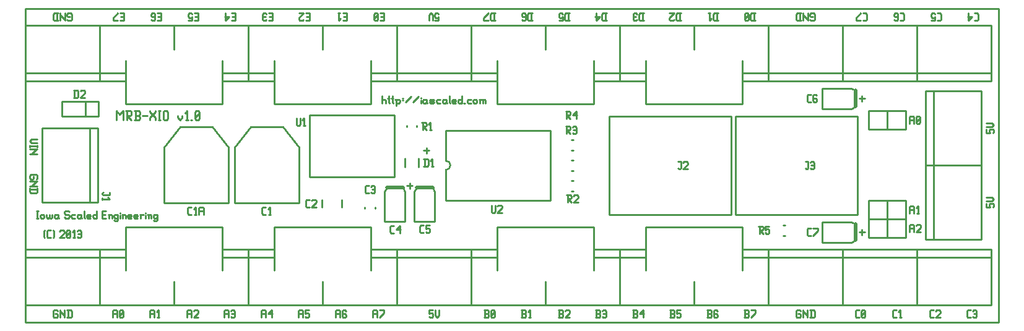
<source format=gbr>
G04 start of page 7 for group -4079 idx -4079 *
G04 Title: (unknown), topsilk *
G04 Creator: pcb 20110918 *
G04 CreationDate: Sat 02 Feb 2013 07:54:47 PM GMT UTC *
G04 For: petersen *
G04 Format: Gerber/RS-274X *
G04 PCB-Dimensions: 525000 170000 *
G04 PCB-Coordinate-Origin: lower left *
%MOIN*%
%FSLAX25Y25*%
%LNTOPSILK*%
%ADD81C,0.0200*%
%ADD80C,0.0100*%
G54D80*X524500Y500D02*Y169500D01*
X449500Y49000D02*X452500D01*
X451000Y50500D02*Y47500D01*
Y122500D02*Y119500D01*
X449500Y121000D02*X452500D01*
X500Y500D02*X524500D01*
X500Y169500D02*Y500D01*
X216500Y94500D02*Y91500D01*
X215000Y93000D02*X218000D01*
X207500Y75500D02*Y72500D01*
X500Y169500D02*X524500D01*
X206000Y74000D02*X209000D01*
X218000Y7000D02*X220000D01*
X218000D02*Y5000D01*
X218500Y5500D01*
X219500D01*
X220000Y5000D01*
Y3500D01*
X219500Y3000D02*X220000Y3500D01*
X218500Y3000D02*X219500D01*
X218000Y3500D02*X218500Y3000D01*
X221200Y7000D02*Y4000D01*
X222200Y3000D01*
X223200Y4000D01*
Y7000D02*Y4000D01*
X247500Y3000D02*X249500D01*
X250000Y3500D01*
Y4500D02*Y3500D01*
X249500Y5000D02*X250000Y4500D01*
X248000Y5000D02*X249500D01*
X248000Y7000D02*Y3000D01*
X247500Y7000D02*X249500D01*
X250000Y6500D01*
Y5500D01*
X249500Y5000D02*X250000Y5500D01*
X251200Y3500D02*X251700Y3000D01*
X251200Y6500D02*Y3500D01*
Y6500D02*X251700Y7000D01*
X252700D01*
X253200Y6500D01*
Y3500D01*
X252700Y3000D02*X253200Y3500D01*
X251700Y3000D02*X252700D01*
X251200Y4000D02*X253200Y6000D01*
X267500Y3000D02*X269500D01*
X270000Y3500D01*
Y4500D02*Y3500D01*
X269500Y5000D02*X270000Y4500D01*
X268000Y5000D02*X269500D01*
X268000Y7000D02*Y3000D01*
X267500Y7000D02*X269500D01*
X270000Y6500D01*
Y5500D01*
X269500Y5000D02*X270000Y5500D01*
X271700Y3000D02*X272700D01*
X272200Y7000D02*Y3000D01*
X271200Y6000D02*X272200Y7000D01*
X287500Y3000D02*X289500D01*
X290000Y3500D01*
Y4500D02*Y3500D01*
X289500Y5000D02*X290000Y4500D01*
X288000Y5000D02*X289500D01*
X288000Y7000D02*Y3000D01*
X287500Y7000D02*X289500D01*
X290000Y6500D01*
Y5500D01*
X289500Y5000D02*X290000Y5500D01*
X291200Y6500D02*X291700Y7000D01*
X293200D01*
X293700Y6500D01*
Y5500D01*
X291200Y3000D02*X293700Y5500D01*
X291200Y3000D02*X293700D01*
X107500Y6500D02*Y3000D01*
Y6500D02*X108000Y7000D01*
X109500D01*
X110000Y6500D01*
Y3000D01*
X107500Y5000D02*X110000D01*
X111200Y6500D02*X111700Y7000D01*
X112700D01*
X113200Y6500D01*
Y3500D01*
X112700Y3000D02*X113200Y3500D01*
X111700Y3000D02*X112700D01*
X111200Y3500D02*X111700Y3000D01*
Y5000D02*X113200D01*
X167500Y6500D02*Y3000D01*
Y6500D02*X168000Y7000D01*
X169500D01*
X170000Y6500D01*
Y3000D01*
X167500Y5000D02*X170000D01*
X172700Y7000D02*X173200Y6500D01*
X171700Y7000D02*X172700D01*
X171200Y6500D02*X171700Y7000D01*
X171200Y6500D02*Y3500D01*
X171700Y3000D01*
X172700Y5000D02*X173200Y4500D01*
X171200Y5000D02*X172700D01*
X171700Y3000D02*X172700D01*
X173200Y3500D01*
Y4500D02*Y3500D01*
X187500Y6500D02*Y3000D01*
Y6500D02*X188000Y7000D01*
X189500D01*
X190000Y6500D01*
Y3000D01*
X187500Y5000D02*X190000D01*
X191200Y3000D02*X193700Y5500D01*
Y7000D02*Y5500D01*
X191200Y7000D02*X193700D01*
X127500Y6500D02*Y3000D01*
Y6500D02*X128000Y7000D01*
X129500D01*
X130000Y6500D01*
Y3000D01*
X127500Y5000D02*X130000D01*
X131200D02*X133200Y7000D01*
X131200Y5000D02*X133700D01*
X133200Y7000D02*Y3000D01*
X147500Y6500D02*Y3000D01*
Y6500D02*X148000Y7000D01*
X149500D01*
X150000Y6500D01*
Y3000D01*
X147500Y5000D02*X150000D01*
X151200Y7000D02*X153200D01*
X151200D02*Y5000D01*
X151700Y5500D01*
X152700D01*
X153200Y5000D01*
Y3500D01*
X152700Y3000D02*X153200Y3500D01*
X151700Y3000D02*X152700D01*
X151200Y3500D02*X151700Y3000D01*
X87500Y6500D02*Y3000D01*
Y6500D02*X88000Y7000D01*
X89500D01*
X90000Y6500D01*
Y3000D01*
X87500Y5000D02*X90000D01*
X91200Y6500D02*X91700Y7000D01*
X93200D01*
X93700Y6500D01*
Y5500D01*
X91200Y3000D02*X93700Y5500D01*
X91200Y3000D02*X93700D01*
X47500Y6500D02*Y3000D01*
Y6500D02*X48000Y7000D01*
X49500D01*
X50000Y6500D01*
Y3000D01*
X47500Y5000D02*X50000D01*
X51200Y3500D02*X51700Y3000D01*
X51200Y6500D02*Y3500D01*
Y6500D02*X51700Y7000D01*
X52700D01*
X53200Y6500D01*
Y3500D01*
X52700Y3000D02*X53200Y3500D01*
X51700Y3000D02*X52700D01*
X51200Y4000D02*X53200Y6000D01*
X67500Y6500D02*Y3000D01*
Y6500D02*X68000Y7000D01*
X69500D01*
X70000Y6500D01*
Y3000D01*
X67500Y5000D02*X70000D01*
X71700Y3000D02*X72700D01*
X72200Y7000D02*Y3000D01*
X71200Y6000D02*X72200Y7000D01*
X17500D02*X18000Y6500D01*
X16000Y7000D02*X17500D01*
X15500Y6500D02*X16000Y7000D01*
X15500Y6500D02*Y3500D01*
X16000Y3000D01*
X17500D01*
X18000Y3500D01*
Y4500D02*Y3500D01*
X17500Y5000D02*X18000Y4500D01*
X16500Y5000D02*X17500D01*
X19200Y7000D02*Y3000D01*
Y7000D02*Y6500D01*
X21700Y4000D01*
Y7000D02*Y3000D01*
X23400Y7000D02*Y3000D01*
X24900Y7000D02*X25400Y6500D01*
Y3500D01*
X24900Y3000D02*X25400Y3500D01*
X22900Y3000D02*X24900D01*
X22900Y7000D02*X24900D01*
X6500Y60500D02*X7500D01*
X7000D02*Y56500D01*
X6500D02*X7500D01*
X8700Y58000D02*Y57000D01*
Y58000D02*X9200Y58500D01*
X10200D01*
X10700Y58000D01*
Y57000D01*
X10200Y56500D02*X10700Y57000D01*
X9200Y56500D02*X10200D01*
X8700Y57000D02*X9200Y56500D01*
X11900Y58500D02*Y57000D01*
X12400Y56500D01*
X12900D01*
X13400Y57000D01*
Y58500D02*Y57000D01*
X13900Y56500D01*
X14400D01*
X14900Y57000D01*
Y58500D02*Y57000D01*
X17600Y58500D02*X18100Y58000D01*
X16600Y58500D02*X17600D01*
X16100Y58000D02*X16600Y58500D01*
X16100Y58000D02*Y57000D01*
X16600Y56500D01*
X18100Y58500D02*Y57000D01*
X18600Y56500D01*
X16600D02*X17600D01*
X18100Y57000D01*
X23600Y60500D02*X24100Y60000D01*
X22100Y60500D02*X23600D01*
X21600Y60000D02*X22100Y60500D01*
X21600Y60000D02*Y59000D01*
X22100Y58500D01*
X23600D01*
X24100Y58000D01*
Y57000D01*
X23600Y56500D02*X24100Y57000D01*
X22100Y56500D02*X23600D01*
X21600Y57000D02*X22100Y56500D01*
X25800Y58500D02*X27300D01*
X25300Y58000D02*X25800Y58500D01*
X25300Y58000D02*Y57000D01*
X25800Y56500D01*
X27300D01*
X30000Y58500D02*X30500Y58000D01*
X29000Y58500D02*X30000D01*
X28500Y58000D02*X29000Y58500D01*
X28500Y58000D02*Y57000D01*
X29000Y56500D01*
X30500Y58500D02*Y57000D01*
X31000Y56500D01*
X29000D02*X30000D01*
X30500Y57000D01*
X32200Y60500D02*Y57000D01*
X32700Y56500D01*
X34200D02*X35700D01*
X33700Y57000D02*X34200Y56500D01*
X33700Y58000D02*Y57000D01*
Y58000D02*X34200Y58500D01*
X35200D01*
X35700Y58000D01*
X33700Y57500D02*X35700D01*
Y58000D02*Y57500D01*
X38900Y60500D02*Y56500D01*
X38400D02*X38900Y57000D01*
X37400Y56500D02*X38400D01*
X36900Y57000D02*X37400Y56500D01*
X36900Y58000D02*Y57000D01*
Y58000D02*X37400Y58500D01*
X38400D01*
X38900Y58000D01*
X41900Y58500D02*X43400D01*
X41900Y56500D02*X43900D01*
X41900Y60500D02*Y56500D01*
Y60500D02*X43900D01*
X45600Y58000D02*Y56500D01*
Y58000D02*X46100Y58500D01*
X46600D01*
X47100Y58000D01*
Y56500D01*
X45100Y58500D02*X45600Y58000D01*
X49800Y58500D02*X50300Y58000D01*
X48800Y58500D02*X49800D01*
X48300Y58000D02*X48800Y58500D01*
X48300Y58000D02*Y57000D01*
X48800Y56500D01*
X49800D01*
X50300Y57000D01*
X48300Y55500D02*X48800Y55000D01*
X49800D01*
X50300Y55500D01*
Y58500D02*Y55500D01*
X51500Y59500D02*Y59000D01*
Y58000D02*Y56500D01*
X53000Y58000D02*Y56500D01*
Y58000D02*X53500Y58500D01*
X54000D01*
X54500Y58000D01*
Y56500D01*
X52500Y58500D02*X53000Y58000D01*
X56200Y56500D02*X57700D01*
X55700Y57000D02*X56200Y56500D01*
X55700Y58000D02*Y57000D01*
Y58000D02*X56200Y58500D01*
X57200D01*
X57700Y58000D01*
X55700Y57500D02*X57700D01*
Y58000D02*Y57500D01*
X59400Y56500D02*X60900D01*
X58900Y57000D02*X59400Y56500D01*
X58900Y58000D02*Y57000D01*
Y58000D02*X59400Y58500D01*
X60400D01*
X60900Y58000D01*
X58900Y57500D02*X60900D01*
Y58000D02*Y57500D01*
X62600Y58000D02*Y56500D01*
Y58000D02*X63100Y58500D01*
X64100D01*
X62100D02*X62600Y58000D01*
X65300Y59500D02*Y59000D01*
Y58000D02*Y56500D01*
X66800Y58000D02*Y56500D01*
Y58000D02*X67300Y58500D01*
X67800D01*
X68300Y58000D01*
Y56500D01*
X66300Y58500D02*X66800Y58000D01*
X71000Y58500D02*X71500Y58000D01*
X70000Y58500D02*X71000D01*
X69500Y58000D02*X70000Y58500D01*
X69500Y58000D02*Y57000D01*
X70000Y56500D01*
X71000D01*
X71500Y57000D01*
X69500Y55500D02*X70000Y55000D01*
X71000D01*
X71500Y55500D01*
Y58500D02*Y55500D01*
X10500Y46500D02*X11000Y46000D01*
X10500Y49500D02*X11000Y50000D01*
X10500Y49500D02*Y46500D01*
X12700Y46000D02*X14200D01*
X12200Y46500D02*X12700Y46000D01*
X12200Y49500D02*Y46500D01*
Y49500D02*X12700Y50000D01*
X14200D01*
X15400D02*X15900Y49500D01*
Y46500D01*
X15400Y46000D02*X15900Y46500D01*
X18900Y49500D02*X19400Y50000D01*
X20900D01*
X21400Y49500D01*
Y48500D01*
X18900Y46000D02*X21400Y48500D01*
X18900Y46000D02*X21400D01*
X22600Y46500D02*X23100Y46000D01*
X22600Y49500D02*Y46500D01*
Y49500D02*X23100Y50000D01*
X24100D01*
X24600Y49500D01*
Y46500D01*
X24100Y46000D02*X24600Y46500D01*
X23100Y46000D02*X24100D01*
X22600Y47000D02*X24600Y49000D01*
X26300Y46000D02*X27300D01*
X26800Y50000D02*Y46000D01*
X25800Y49000D02*X26800Y50000D01*
X28500Y49500D02*X29000Y50000D01*
X30000D01*
X30500Y49500D01*
Y46500D01*
X30000Y46000D02*X30500Y46500D01*
X29000Y46000D02*X30000D01*
X28500Y46500D02*X29000Y46000D01*
Y48000D02*X30500D01*
X7000Y78000D02*X6500Y77500D01*
X7000Y79500D02*Y78000D01*
X6500Y80000D02*X7000Y79500D01*
X3500Y80000D02*X6500D01*
X3500D02*X3000Y79500D01*
Y78000D01*
X3500Y77500D01*
X4500D01*
X5000Y78000D02*X4500Y77500D01*
X5000Y79000D02*Y78000D01*
X3000Y76300D02*X7000D01*
X6500D02*X7000D01*
X6500D02*X4000Y73800D01*
X3000D02*X7000D01*
X3000Y72100D02*X7000D01*
Y70600D02*X6500Y70100D01*
X3500D02*X6500D01*
X3000Y70600D02*X3500Y70100D01*
X3000Y72600D02*Y70600D01*
X7000Y72600D02*Y70600D01*
X4000Y99000D02*X7000D01*
X4000D02*X3000Y98000D01*
X4000Y97000D01*
X7000D01*
Y95800D02*Y94800D01*
X3000Y95300D02*X7000D01*
X3000Y95800D02*Y94800D01*
Y93600D02*X7000D01*
X6500D02*X7000D01*
X6500D02*X4000Y91100D01*
X3000D02*X7000D01*
X353000Y167000D02*Y163000D01*
X351500D02*X351000Y163500D01*
Y166500D02*Y163500D01*
X351500Y167000D02*X351000Y166500D01*
X351500Y167000D02*X353500D01*
X351500Y163000D02*X353500D01*
X349800Y163500D02*X349300Y163000D01*
X347800D02*X349300D01*
X347800D02*X347300Y163500D01*
Y164500D02*Y163500D01*
X349800Y167000D02*X347300Y164500D01*
Y167000D02*X349800D01*
X393000D02*Y163000D01*
X391500D02*X391000Y163500D01*
Y166500D02*Y163500D01*
X391500Y167000D02*X391000Y166500D01*
X391500Y167000D02*X393500D01*
X391500Y163000D02*X393500D01*
X389800Y166500D02*X389300Y167000D01*
X389800Y166500D02*Y163500D01*
X389300Y163000D01*
X388300D02*X389300D01*
X388300D02*X387800Y163500D01*
Y166500D02*Y163500D01*
X388300Y167000D02*X387800Y166500D01*
X388300Y167000D02*X389300D01*
X389800Y166000D02*X387800Y164000D01*
X373000Y167000D02*Y163000D01*
X371500D02*X371000Y163500D01*
Y166500D02*Y163500D01*
X371500Y167000D02*X371000Y166500D01*
X371500Y167000D02*X373500D01*
X371500Y163000D02*X373500D01*
X368300Y167000D02*X369300D01*
X368800D02*Y163000D01*
X369800Y164000D02*X368800Y163000D01*
X333000Y167000D02*Y163000D01*
X331500D02*X331000Y163500D01*
Y166500D02*Y163500D01*
X331500Y167000D02*X331000Y166500D01*
X331500Y167000D02*X333500D01*
X331500Y163000D02*X333500D01*
X329800Y163500D02*X329300Y163000D01*
X328300D02*X329300D01*
X328300D02*X327800Y163500D01*
Y166500D02*Y163500D01*
X328300Y167000D02*X327800Y166500D01*
X328300Y167000D02*X329300D01*
X329800Y166500D02*X329300Y167000D01*
X327800Y165000D02*X329300D01*
X273000Y167000D02*Y163000D01*
X271500D02*X271000Y163500D01*
Y166500D02*Y163500D01*
X271500Y167000D02*X271000Y166500D01*
X271500Y167000D02*X273500D01*
X271500Y163000D02*X273500D01*
X268300D02*X267800Y163500D01*
X268300Y163000D02*X269300D01*
X269800Y163500D02*X269300Y163000D01*
X269800Y166500D02*Y163500D01*
Y166500D02*X269300Y167000D01*
X268300Y165000D02*X267800Y165500D01*
X268300Y165000D02*X269800D01*
X268300Y167000D02*X269300D01*
X268300D02*X267800Y166500D01*
Y165500D01*
X253000Y167000D02*Y163000D01*
X251500D02*X251000Y163500D01*
Y166500D02*Y163500D01*
X251500Y167000D02*X251000Y166500D01*
X251500Y167000D02*X253500D01*
X251500Y163000D02*X253500D01*
X249800Y167000D02*X247300Y164500D01*
Y163000D01*
X249800D01*
X313000Y167000D02*Y163000D01*
X311500D02*X311000Y163500D01*
Y166500D02*Y163500D01*
X311500Y167000D02*X311000Y166500D01*
X311500Y167000D02*X313500D01*
X311500Y163000D02*X313500D01*
X309800Y165000D02*X307800Y163000D01*
X307300Y165000D02*X309800D01*
X307800Y167000D02*Y163000D01*
X293000Y167000D02*Y163000D01*
X291500D02*X291000Y163500D01*
Y166500D02*Y163500D01*
X291500Y167000D02*X291000Y166500D01*
X291500Y167000D02*X293500D01*
X291500Y163000D02*X293500D01*
X287800D02*X289800D01*
Y165000D02*Y163000D01*
Y165000D02*X289300Y164500D01*
X288300D02*X289300D01*
X288300D02*X287800Y165000D01*
Y166500D02*Y165000D01*
X288300Y167000D02*X287800Y166500D01*
X288300Y167000D02*X289300D01*
X289800Y166500D02*X289300Y167000D01*
X423500Y163000D02*X423000Y163500D01*
X423500Y163000D02*X425000D01*
X425500Y163500D02*X425000Y163000D01*
X425500Y166500D02*Y163500D01*
Y166500D02*X425000Y167000D01*
X423500D02*X425000D01*
X423500D02*X423000Y166500D01*
Y165500D01*
X423500Y165000D02*X423000Y165500D01*
X423500Y165000D02*X424500D01*
X421800Y167000D02*Y163000D01*
Y163500D02*Y163000D01*
Y163500D02*X419300Y166000D01*
Y167000D02*Y163000D01*
X417600Y167000D02*Y163000D01*
X416100D02*X415600Y163500D01*
Y166500D02*Y163500D01*
X416100Y167000D02*X415600Y166500D01*
X416100Y167000D02*X418100D01*
X416100Y163000D02*X418100D01*
X476500Y111000D02*Y107500D01*
Y111000D02*X477000Y111500D01*
X478500D01*
X479000Y111000D01*
Y107500D01*
X476500Y109500D02*X479000D01*
X480200Y108000D02*X480700Y107500D01*
X480200Y111000D02*Y108000D01*
Y111000D02*X480700Y111500D01*
X481700D01*
X482200Y111000D01*
Y108000D01*
X481700Y107500D02*X482200Y108000D01*
X480700Y107500D02*X481700D01*
X480200Y108500D02*X482200Y110500D01*
X471500Y167000D02*X473000D01*
X473500Y166500D02*X473000Y167000D01*
X473500Y166500D02*Y163500D01*
X473000Y163000D01*
X471500D02*X473000D01*
X468800D02*X468300Y163500D01*
X468800Y163000D02*X469800D01*
X470300Y163500D02*X469800Y163000D01*
X470300Y166500D02*Y163500D01*
Y166500D02*X469800Y167000D01*
X468800Y165000D02*X468300Y165500D01*
X468800Y165000D02*X470300D01*
X468800Y167000D02*X469800D01*
X468800D02*X468300Y166500D01*
Y165500D01*
X451500Y167000D02*X453000D01*
X453500Y166500D02*X453000Y167000D01*
X453500Y166500D02*Y163500D01*
X453000Y163000D01*
X451500D02*X453000D01*
X450300Y167000D02*X447800Y164500D01*
Y163000D01*
X450300D01*
X221000D02*X223000D01*
Y165000D02*Y163000D01*
Y165000D02*X222500Y164500D01*
X221500D02*X222500D01*
X221500D02*X221000Y165000D01*
Y166500D02*Y165000D01*
X221500Y167000D02*X221000Y166500D01*
X221500Y167000D02*X222500D01*
X223000Y166500D02*X222500Y167000D01*
X219800Y166000D02*Y163000D01*
Y166000D02*X218800Y167000D01*
X217800Y166000D01*
Y163000D01*
X192500Y122500D02*Y118500D01*
Y120000D02*X193000Y120500D01*
X194000D01*
X194500Y120000D01*
Y118500D01*
X196200Y122500D02*Y119000D01*
X196700Y118500D01*
X195700Y121000D02*X196700D01*
X198200Y122500D02*Y119000D01*
X198700Y118500D01*
X197700Y121000D02*X198700D01*
X200200Y120000D02*Y117000D01*
X199700Y120500D02*X200200Y120000D01*
X200700Y120500D01*
X201700D01*
X202200Y120000D01*
Y119000D01*
X201700Y118500D02*X202200Y119000D01*
X200700Y118500D02*X201700D01*
X200200Y119000D02*X200700Y118500D01*
X203400Y121000D02*X203900D01*
X203400Y120000D02*X203900D01*
X205100Y119000D02*X208100Y122000D01*
X209300Y119000D02*X212300Y122000D01*
X213500Y121500D02*Y121000D01*
Y120000D02*Y118500D01*
X216000Y120500D02*X216500Y120000D01*
X215000Y120500D02*X216000D01*
X214500Y120000D02*X215000Y120500D01*
X214500Y120000D02*Y119000D01*
X215000Y118500D01*
X216500Y120500D02*Y119000D01*
X217000Y118500D01*
X215000D02*X216000D01*
X216500Y119000D01*
X218700Y118500D02*X220200D01*
X220700Y119000D01*
X220200Y119500D02*X220700Y119000D01*
X218700Y119500D02*X220200D01*
X218200Y120000D02*X218700Y119500D01*
X218200Y120000D02*X218700Y120500D01*
X220200D01*
X220700Y120000D01*
X218200Y119000D02*X218700Y118500D01*
X222400Y120500D02*X223900D01*
X221900Y120000D02*X222400Y120500D01*
X221900Y120000D02*Y119000D01*
X222400Y118500D01*
X223900D01*
X226600Y120500D02*X227100Y120000D01*
X225600Y120500D02*X226600D01*
X225100Y120000D02*X225600Y120500D01*
X225100Y120000D02*Y119000D01*
X225600Y118500D01*
X227100Y120500D02*Y119000D01*
X227600Y118500D01*
X225600D02*X226600D01*
X227100Y119000D01*
X228800Y122500D02*Y119000D01*
X229300Y118500D01*
X230800D02*X232300D01*
X230300Y119000D02*X230800Y118500D01*
X230300Y120000D02*Y119000D01*
Y120000D02*X230800Y120500D01*
X231800D01*
X232300Y120000D01*
X230300Y119500D02*X232300D01*
Y120000D02*Y119500D01*
X235500Y122500D02*Y118500D01*
X235000D02*X235500Y119000D01*
X234000Y118500D02*X235000D01*
X233500Y119000D02*X234000Y118500D01*
X233500Y120000D02*Y119000D01*
Y120000D02*X234000Y120500D01*
X235000D01*
X235500Y120000D01*
X236700Y118500D02*X237200D01*
X238900Y120500D02*X240400D01*
X238400Y120000D02*X238900Y120500D01*
X238400Y120000D02*Y119000D01*
X238900Y118500D01*
X240400D01*
X241600Y120000D02*Y119000D01*
Y120000D02*X242100Y120500D01*
X243100D01*
X243600Y120000D01*
Y119000D01*
X243100Y118500D02*X243600Y119000D01*
X242100Y118500D02*X243100D01*
X241600Y119000D02*X242100Y118500D01*
X245300Y120000D02*Y118500D01*
Y120000D02*X245800Y120500D01*
X246300D01*
X246800Y120000D01*
Y118500D01*
Y120000D02*X247300Y120500D01*
X247800D01*
X248300Y120000D01*
Y118500D01*
X244800Y120500D02*X245300Y120000D01*
X511500Y167000D02*X513000D01*
X513500Y166500D02*X513000Y167000D01*
X513500Y166500D02*Y163500D01*
X513000Y163000D01*
X511500D02*X513000D01*
X510300Y165000D02*X508300Y163000D01*
X507800Y165000D02*X510300D01*
X508300Y167000D02*Y163000D01*
X518000Y104500D02*Y102500D01*
X520000D01*
X519500Y103000D01*
Y104000D02*Y103000D01*
Y104000D02*X520000Y104500D01*
X521500D01*
X522000Y104000D02*X521500Y104500D01*
X522000Y104000D02*Y103000D01*
X521500Y102500D02*X522000Y103000D01*
X518000Y105700D02*X521000D01*
X522000Y106700D01*
X521000Y107700D01*
X518000D02*X521000D01*
X491500Y167000D02*X493000D01*
X493500Y166500D02*X493000Y167000D01*
X493500Y166500D02*Y163500D01*
X493000Y163000D01*
X491500D02*X493000D01*
X488300D02*X490300D01*
Y165000D02*Y163000D01*
Y165000D02*X489800Y164500D01*
X488800D02*X489800D01*
X488800D02*X488300Y165000D01*
Y166500D02*Y165000D01*
X488800Y167000D02*X488300Y166500D01*
X488800Y167000D02*X489800D01*
X490300Y166500D02*X489800Y167000D01*
X152000Y165000D02*X153500D01*
X151500Y167000D02*X153500D01*
Y163000D01*
X151500D02*X153500D01*
X150300Y163500D02*X149800Y163000D01*
X148300D02*X149800D01*
X148300D02*X147800Y163500D01*
Y164500D02*Y163500D01*
X150300Y167000D02*X147800Y164500D01*
Y167000D02*X150300D01*
X192000Y165000D02*X193500D01*
X191500Y167000D02*X193500D01*
Y163000D01*
X191500D02*X193500D01*
X190300Y166500D02*X189800Y167000D01*
X190300Y166500D02*Y163500D01*
X189800Y163000D01*
X188800D02*X189800D01*
X188800D02*X188300Y163500D01*
Y166500D02*Y163500D01*
X188800Y167000D02*X188300Y166500D01*
X188800Y167000D02*X189800D01*
X190300Y166000D02*X188300Y164000D01*
X172000Y165000D02*X173500D01*
X171500Y167000D02*X173500D01*
Y163000D01*
X171500D02*X173500D01*
X168800Y167000D02*X169800D01*
X169300D02*Y163000D01*
X170300Y164000D02*X169300Y163000D01*
X132000Y165000D02*X133500D01*
X131500Y167000D02*X133500D01*
Y163000D01*
X131500D02*X133500D01*
X130300Y163500D02*X129800Y163000D01*
X128800D02*X129800D01*
X128800D02*X128300Y163500D01*
Y166500D02*Y163500D01*
X128800Y167000D02*X128300Y166500D01*
X128800Y167000D02*X129800D01*
X130300Y166500D02*X129800Y167000D01*
X128300Y165000D02*X129800D01*
X112000D02*X113500D01*
X111500Y167000D02*X113500D01*
Y163000D01*
X111500D02*X113500D01*
X110300Y165000D02*X108300Y163000D01*
X107800Y165000D02*X110300D01*
X108300Y167000D02*Y163000D01*
X92000Y165000D02*X93500D01*
X91500Y167000D02*X93500D01*
Y163000D01*
X91500D02*X93500D01*
X88300D02*X90300D01*
Y165000D02*Y163000D01*
Y165000D02*X89800Y164500D01*
X88800D02*X89800D01*
X88800D02*X88300Y165000D01*
Y166500D02*Y165000D01*
X88800Y167000D02*X88300Y166500D01*
X88800Y167000D02*X89800D01*
X90300Y166500D02*X89800Y167000D01*
X72000Y165000D02*X73500D01*
X71500Y167000D02*X73500D01*
Y163000D01*
X71500D02*X73500D01*
X68800D02*X68300Y163500D01*
X68800Y163000D02*X69800D01*
X70300Y163500D02*X69800Y163000D01*
X70300Y166500D02*Y163500D01*
Y166500D02*X69800Y167000D01*
X68800Y165000D02*X68300Y165500D01*
X68800Y165000D02*X70300D01*
X68800Y167000D02*X69800D01*
X68800D02*X68300Y166500D01*
Y165500D01*
X52000Y165000D02*X53500D01*
X51500Y167000D02*X53500D01*
Y163000D01*
X51500D02*X53500D01*
X50300Y167000D02*X47800Y164500D01*
Y163000D01*
X50300D01*
X23500D02*X23000Y163500D01*
X23500Y163000D02*X25000D01*
X25500Y163500D02*X25000Y163000D01*
X25500Y166500D02*Y163500D01*
Y166500D02*X25000Y167000D01*
X23500D02*X25000D01*
X23500D02*X23000Y166500D01*
Y165500D01*
X23500Y165000D02*X23000Y165500D01*
X23500Y165000D02*X24500D01*
X21800Y167000D02*Y163000D01*
Y163500D02*Y163000D01*
Y163500D02*X19300Y166000D01*
Y167000D02*Y163000D01*
X17600Y167000D02*Y163000D01*
X16100D02*X15600Y163500D01*
Y166500D02*Y163500D01*
X16100Y167000D02*X15600Y166500D01*
X16100Y167000D02*X18100D01*
X16100Y163000D02*X18100D01*
X49500Y114280D02*Y109400D01*
Y114280D02*X51330Y112450D01*
X53160Y114280D01*
Y109400D01*
X54624Y114280D02*X57064D01*
X57674Y113670D01*
Y112450D01*
X57064Y111840D02*X57674Y112450D01*
X55234Y111840D02*X57064D01*
X55234Y114280D02*Y109400D01*
Y111840D02*X57674Y109400D01*
X59138D02*X61578D01*
X62188Y110010D01*
Y111230D02*Y110010D01*
X61578Y111840D02*X62188Y111230D01*
X59748Y111840D02*X61578D01*
X59748Y114280D02*Y109400D01*
X59138Y114280D02*X61578D01*
X62188Y113670D01*
Y112450D01*
X61578Y111840D02*X62188Y112450D01*
X63652Y111840D02*X66092D01*
X67556Y114280D02*Y113670D01*
X70606Y110620D01*
Y109400D01*
X67556Y110620D02*Y109400D01*
Y110620D02*X70606Y113670D01*
Y114280D02*Y113670D01*
X72070Y114280D02*X73290D01*
X72680D02*Y109400D01*
X72070D02*X73290D01*
X74754Y113670D02*Y110010D01*
Y113670D02*X75364Y114280D01*
X76584D01*
X77194Y113670D01*
Y110010D01*
X76584Y109400D02*X77194Y110010D01*
X75364Y109400D02*X76584D01*
X74754Y110010D02*X75364Y109400D01*
X82500Y111840D02*Y110620D01*
X83720Y109400D01*
X84940Y110620D01*
Y111840D02*Y110620D01*
X87014Y109400D02*X88234D01*
X87624Y114280D02*Y109400D01*
X86404Y113060D02*X87624Y114280D01*
X89698Y109400D02*X90308D01*
X91772Y110010D02*X92382Y109400D01*
X91772Y113670D02*Y110010D01*
Y113670D02*X92382Y114280D01*
X93602D01*
X94212Y113670D01*
Y110010D01*
X93602Y109400D02*X94212Y110010D01*
X92382Y109400D02*X93602D01*
X91772Y110620D02*X94212Y113060D01*
X307500Y3000D02*X309500D01*
X310000Y3500D01*
Y4500D02*Y3500D01*
X309500Y5000D02*X310000Y4500D01*
X308000Y5000D02*X309500D01*
X308000Y7000D02*Y3000D01*
X307500Y7000D02*X309500D01*
X310000Y6500D01*
Y5500D01*
X309500Y5000D02*X310000Y5500D01*
X311200Y6500D02*X311700Y7000D01*
X312700D01*
X313200Y6500D01*
Y3500D01*
X312700Y3000D02*X313200Y3500D01*
X311700Y3000D02*X312700D01*
X311200Y3500D02*X311700Y3000D01*
Y5000D02*X313200D01*
X367500Y3000D02*X369500D01*
X370000Y3500D01*
Y4500D02*Y3500D01*
X369500Y5000D02*X370000Y4500D01*
X368000Y5000D02*X369500D01*
X368000Y7000D02*Y3000D01*
X367500Y7000D02*X369500D01*
X370000Y6500D01*
Y5500D01*
X369500Y5000D02*X370000Y5500D01*
X372700Y7000D02*X373200Y6500D01*
X371700Y7000D02*X372700D01*
X371200Y6500D02*X371700Y7000D01*
X371200Y6500D02*Y3500D01*
X371700Y3000D01*
X372700Y5000D02*X373200Y4500D01*
X371200Y5000D02*X372700D01*
X371700Y3000D02*X372700D01*
X373200Y3500D01*
Y4500D02*Y3500D01*
X327500Y3000D02*X329500D01*
X330000Y3500D01*
Y4500D02*Y3500D01*
X329500Y5000D02*X330000Y4500D01*
X328000Y5000D02*X329500D01*
X328000Y7000D02*Y3000D01*
X327500Y7000D02*X329500D01*
X330000Y6500D01*
Y5500D01*
X329500Y5000D02*X330000Y5500D01*
X331200Y5000D02*X333200Y7000D01*
X331200Y5000D02*X333700D01*
X333200Y7000D02*Y3000D01*
X347500D02*X349500D01*
X350000Y3500D01*
Y4500D02*Y3500D01*
X349500Y5000D02*X350000Y4500D01*
X348000Y5000D02*X349500D01*
X348000Y7000D02*Y3000D01*
X347500Y7000D02*X349500D01*
X350000Y6500D01*
Y5500D01*
X349500Y5000D02*X350000Y5500D01*
X351200Y7000D02*X353200D01*
X351200D02*Y5000D01*
X351700Y5500D01*
X352700D01*
X353200Y5000D01*
Y3500D01*
X352700Y3000D02*X353200Y3500D01*
X351700Y3000D02*X352700D01*
X351200Y3500D02*X351700Y3000D01*
X476500Y62500D02*Y59000D01*
Y62500D02*X477000Y63000D01*
X478500D01*
X479000Y62500D01*
Y59000D01*
X476500Y61000D02*X479000D01*
X480700Y59000D02*X481700D01*
X481200Y63000D02*Y59000D01*
X480200Y62000D02*X481200Y63000D01*
X518000Y64500D02*Y62500D01*
X520000D01*
X519500Y63000D01*
Y64000D02*Y63000D01*
Y64000D02*X520000Y64500D01*
X521500D01*
X522000Y64000D02*X521500Y64500D01*
X522000Y64000D02*Y63000D01*
X521500Y62500D02*X522000Y63000D01*
X518000Y65700D02*X521000D01*
X522000Y66700D01*
X521000Y67700D01*
X518000D02*X521000D01*
X476500Y52500D02*Y49000D01*
Y52500D02*X477000Y53000D01*
X478500D01*
X479000Y52500D01*
Y49000D01*
X476500Y51000D02*X479000D01*
X480200Y52500D02*X480700Y53000D01*
X482200D01*
X482700Y52500D01*
Y51500D01*
X480200Y49000D02*X482700Y51500D01*
X480200Y49000D02*X482700D01*
X488000Y3000D02*X489500D01*
X487500Y3500D02*X488000Y3000D01*
X487500Y6500D02*Y3500D01*
Y6500D02*X488000Y7000D01*
X489500D01*
X490700Y6500D02*X491200Y7000D01*
X492700D01*
X493200Y6500D01*
Y5500D01*
X490700Y3000D02*X493200Y5500D01*
X490700Y3000D02*X493200D01*
X508000D02*X509500D01*
X507500Y3500D02*X508000Y3000D01*
X507500Y6500D02*Y3500D01*
Y6500D02*X508000Y7000D01*
X509500D01*
X510700Y6500D02*X511200Y7000D01*
X512200D01*
X512700Y6500D01*
Y3500D01*
X512200Y3000D02*X512700Y3500D01*
X511200Y3000D02*X512200D01*
X510700Y3500D02*X511200Y3000D01*
Y5000D02*X512700D01*
X387500Y3000D02*X389500D01*
X390000Y3500D01*
Y4500D02*Y3500D01*
X389500Y5000D02*X390000Y4500D01*
X388000Y5000D02*X389500D01*
X388000Y7000D02*Y3000D01*
X387500Y7000D02*X389500D01*
X390000Y6500D01*
Y5500D01*
X389500Y5000D02*X390000Y5500D01*
X391200Y3000D02*X393700Y5500D01*
Y7000D02*Y5500D01*
X391200Y7000D02*X393700D01*
X417500D02*X418000Y6500D01*
X416000Y7000D02*X417500D01*
X415500Y6500D02*X416000Y7000D01*
X415500Y6500D02*Y3500D01*
X416000Y3000D01*
X417500D01*
X418000Y3500D01*
Y4500D02*Y3500D01*
X417500Y5000D02*X418000Y4500D01*
X416500Y5000D02*X417500D01*
X419200Y7000D02*Y3000D01*
Y7000D02*Y6500D01*
X421700Y4000D01*
Y7000D02*Y3000D01*
X423400Y7000D02*Y3000D01*
X424900Y7000D02*X425400Y6500D01*
Y3500D01*
X424900Y3000D02*X425400Y3500D01*
X422900Y3000D02*X424900D01*
X422900Y7000D02*X424900D01*
X448000Y3000D02*X449500D01*
X447500Y3500D02*X448000Y3000D01*
X447500Y6500D02*Y3500D01*
Y6500D02*X448000Y7000D01*
X449500D01*
X450700Y3500D02*X451200Y3000D01*
X450700Y6500D02*Y3500D01*
Y6500D02*X451200Y7000D01*
X452200D01*
X452700Y6500D01*
Y3500D01*
X452200Y3000D02*X452700Y3500D01*
X451200Y3000D02*X452200D01*
X450700Y4000D02*X452700Y6000D01*
X468000Y3000D02*X469500D01*
X467500Y3500D02*X468000Y3000D01*
X467500Y6500D02*Y3500D01*
Y6500D02*X468000Y7000D01*
X469500D01*
X471200Y3000D02*X472200D01*
X471700Y7000D02*Y3000D01*
X470700Y6000D02*X471700Y7000D01*
G54D81*X195200Y73100D02*X203800D01*
G54D80*X195200D02*X194000Y70700D01*
Y54900D01*
X205000D01*
Y70700D02*Y54900D01*
Y70700D02*X203800Y73100D01*
X188755Y62393D02*Y61607D01*
X183245Y62393D02*Y61607D01*
X204760Y88862D02*Y84138D01*
X212240Y88862D02*Y84138D01*
X205745Y106393D02*Y105607D01*
X211255Y106393D02*Y105607D01*
G54D81*X211200Y73100D02*X219800D01*
G54D80*X211200D02*X210000Y70700D01*
Y54900D01*
X221000D01*
Y70700D02*Y54900D01*
Y70700D02*X219800Y73100D01*
X120500Y160300D02*X160500D01*
X120500Y130300D02*X134500D01*
X120500Y134700D02*X134500D01*
X160500Y160300D02*Y147500D01*
X120500Y160300D02*Y130300D01*
X200500Y160300D02*X240500D01*
X200500Y130300D02*X240500D01*
X200500Y134700D02*X240500D01*
Y160300D02*Y130300D01*
X200500Y160300D02*Y130300D01*
X240500Y160300D02*X280500D01*
X240500Y130300D02*X254500D01*
X240500Y134700D02*X254500D01*
X280500Y160300D02*Y147500D01*
X240500Y160300D02*Y130300D01*
X280500Y160300D02*X320500D01*
X306500Y130300D02*X320500D01*
X306500Y134700D02*X320500D01*
Y160300D02*Y130300D01*
X280500Y160300D02*Y147500D01*
X160500Y160300D02*X200500D01*
X186500Y130300D02*X200500D01*
X186500Y134700D02*X200500D01*
Y160300D02*Y130300D01*
X160500Y160300D02*Y147500D01*
X254500Y118200D02*X306500D01*
Y141500D02*Y118200D01*
X254500Y141500D02*Y118200D01*
X153665Y78626D02*X199335D01*
X153665Y112090D02*X199335D01*
X153665D02*Y78626D01*
X199335Y112090D02*Y78626D01*
X139100Y105600D02*X147800Y94700D01*
Y64800D01*
X113200D02*X147800D01*
X113200Y94700D02*Y64800D01*
Y94700D02*X121900Y105600D01*
X139100D01*
X170814Y66468D02*Y62532D01*
X160186Y66468D02*Y62532D01*
X160500Y9700D02*X200500D01*
X186500Y39700D02*X200500D01*
X186500Y35300D02*X200500D01*
X160500Y22500D02*Y9700D01*
X200500Y39700D02*Y9700D01*
X120500D02*X160500D01*
X120500Y39700D02*X134500D01*
X120500Y35300D02*X134500D01*
X120500Y39700D02*Y9700D01*
X160500Y22500D02*Y9700D01*
X200500D02*X240500D01*
X200500Y39700D02*X240500D01*
X200500Y35300D02*X240500D01*
X200500Y39700D02*Y9700D01*
X240500Y39700D02*Y9700D01*
X134500Y51800D02*X186500D01*
X134500D02*Y28500D01*
X186500Y51800D02*Y28500D01*
X515300Y125000D02*Y85000D01*
X485300Y125000D02*Y85000D01*
X489700Y125000D02*Y85000D01*
X485300D02*X515300D01*
X485300Y125000D02*X515300D01*
Y85000D02*Y45000D01*
X485300Y85000D02*Y45000D01*
X489700Y85000D02*Y45000D01*
X485300D02*X515300D01*
X485300Y85000D02*X515300D01*
X480500Y9700D02*X520500D01*
X480500Y39700D02*X520500D01*
X480500Y35300D02*X520500D01*
X480500Y39700D02*Y9700D01*
X520500Y39700D02*Y9700D01*
X440500D02*X480500D01*
X440500Y39700D02*X480500D01*
X440500Y35300D02*X480500D01*
X440500Y39700D02*Y9700D01*
X480500Y39700D02*Y9700D01*
X445200Y43500D02*X447600Y44700D01*
X429400Y43500D02*X445200D01*
X429400Y54500D02*Y43500D01*
Y54500D02*X445200D01*
X447600Y53300D02*X445200Y54500D01*
G54D81*X447600Y53300D02*Y44700D01*
G54D80*X454500Y56000D02*X464500D01*
Y46000D01*
X454500Y56000D02*Y46000D01*
Y56000D02*X474500D01*
Y46000D01*
X454500D02*X474500D01*
X454500Y66000D02*X464500D01*
Y56000D01*
X454500Y66000D02*Y56000D01*
Y66000D02*X474500D01*
Y56000D01*
X454500D02*X474500D01*
X134500Y118200D02*X186500D01*
Y141500D02*Y118200D01*
X134500Y141500D02*Y118200D01*
X54500D02*X106500D01*
Y141500D02*Y118200D01*
X54500Y141500D02*Y118200D01*
X80500Y160300D02*X120500D01*
X106500Y130300D02*X120500D01*
X106500Y134700D02*X120500D01*
Y160300D02*Y130300D01*
X80500Y160300D02*Y147500D01*
X500Y160300D02*X40500D01*
X500Y130300D02*X40500D01*
X500Y134700D02*X40500D01*
Y160300D02*Y130300D01*
X500Y160300D02*Y130300D01*
X40500Y160300D02*X80500D01*
X40500Y130300D02*X54500D01*
X40500Y134700D02*X54500D01*
X80500Y160300D02*Y147500D01*
X40500Y160300D02*Y130300D01*
X20100Y119500D02*X39800D01*
X20100Y111500D02*X39800D01*
Y119500D02*Y111500D01*
X20100Y119500D02*Y111500D01*
X33000Y119500D02*Y111500D01*
X80500Y9700D02*X120500D01*
X106500Y39700D02*X120500D01*
X106500Y35300D02*X120500D01*
X80500Y22500D02*Y9700D01*
X120500Y39700D02*Y9700D01*
X101100Y105600D02*X109800Y94700D01*
Y64800D01*
X75200D02*X109800D01*
X75200Y94700D02*Y64800D01*
Y94700D02*X83900Y105600D01*
X101100D01*
X54500Y51800D02*X106500D01*
X54500D02*Y28500D01*
X106500Y51800D02*Y28500D01*
X40500Y9700D02*X80500D01*
X40500Y39700D02*X54500D01*
X40500Y35300D02*X54500D01*
X40500Y39700D02*Y9700D01*
X80500Y22500D02*Y9700D01*
X9700Y105000D02*Y65000D01*
X39700Y105000D02*Y65000D01*
X35300Y105000D02*Y65000D01*
X9700Y105000D02*X39700D01*
X9700Y65000D02*X39700D01*
X500Y9700D02*X40500D01*
X500Y39700D02*X40500D01*
X500Y35300D02*X40500D01*
X500Y39700D02*Y9700D01*
X40500Y39700D02*Y9700D01*
X280500D02*X320500D01*
X306500Y39700D02*X320500D01*
X306500Y35300D02*X320500D01*
X280500Y22500D02*Y9700D01*
X320500Y39700D02*Y9700D01*
X240500D02*X280500D01*
X240500Y39700D02*X254500D01*
X240500Y35300D02*X254500D01*
X240500Y39700D02*Y9700D01*
X280500Y22500D02*Y9700D01*
X254500Y51800D02*X306500D01*
X254500D02*Y28500D01*
X306500Y51800D02*Y28500D01*
X294607Y98755D02*X295393D01*
X294607Y93245D02*X295393D01*
X294607Y87755D02*X295393D01*
X294607Y82245D02*X295393D01*
X226835Y103913D02*Y87500D01*
Y82500D02*Y66087D01*
Y103913D02*X283165D01*
Y66087D01*
X226835D02*X283165D01*
X226835Y82500D02*G75*G03X226835Y87500I0J2500D01*G01*
X294607Y76755D02*X295393D01*
X294607Y71245D02*X295393D01*
X440500Y160300D02*X480500D01*
X440500Y130300D02*X480500D01*
X440500Y134700D02*X480500D01*
Y160300D02*Y130300D01*
X440500Y160300D02*Y130300D01*
X480500Y160300D02*X520500D01*
X480500Y130300D02*X520500D01*
X480500Y134700D02*X520500D01*
Y160300D02*Y130300D01*
X480500Y160300D02*Y130300D01*
X400500Y160300D02*X440500D01*
X400500Y130300D02*X440500D01*
X400500Y134700D02*X440500D01*
Y160300D02*Y130300D01*
X400500Y160300D02*Y130300D01*
X360500Y9700D02*X400500D01*
X386500Y39700D02*X400500D01*
X386500Y35300D02*X400500D01*
X360500Y22500D02*Y9700D01*
X400500Y39700D02*Y9700D01*
X440500D01*
X400500Y39700D02*X440500D01*
X400500Y35300D02*X440500D01*
X400500Y39700D02*Y9700D01*
X440500Y39700D02*Y9700D01*
X320500D02*X360500D01*
X320500Y39700D02*X334500D01*
X320500Y35300D02*X334500D01*
X320500Y39700D02*Y9700D01*
X360500Y22500D02*Y9700D01*
X334500Y51800D02*X386500D01*
X334500D02*Y28500D01*
X386500Y51800D02*Y28500D01*
X380500Y111500D02*Y58500D01*
X315000Y111500D02*Y58500D01*
X380500D01*
X315000Y111500D02*X380500D01*
X360500Y160300D02*X400500D01*
X386500Y130300D02*X400500D01*
X386500Y134700D02*X400500D01*
Y160300D02*Y130300D01*
X360500Y160300D02*Y147500D01*
X320500Y160300D02*X360500D01*
X320500Y130300D02*X334500D01*
X320500Y134700D02*X334500D01*
X360500Y160300D02*Y147500D01*
X320500Y160300D02*Y130300D01*
X334500Y118200D02*X386500D01*
Y141500D02*Y118200D01*
X334500Y141500D02*Y118200D01*
G54D81*X447600Y125300D02*Y116700D01*
G54D80*Y125300D02*X445200Y126500D01*
X429400D02*X445200D01*
X429400D02*Y115500D01*
X445200D01*
X447600Y116700D01*
X448500Y111500D02*Y58500D01*
X383000Y111500D02*Y58500D01*
X448500D01*
X383000Y111500D02*X448500D01*
X454500Y114500D02*X464500D01*
Y104500D01*
X454500Y114500D02*Y104500D01*
Y114500D02*X474500D01*
Y104500D01*
X454500D02*X474500D01*
X408607Y47245D02*X409393D01*
X408607Y52755D02*X409393D01*
X197500Y48500D02*X199000D01*
X197000Y49000D02*X197500Y48500D01*
X197000Y52000D02*Y49000D01*
Y52000D02*X197500Y52500D01*
X199000D01*
X200200Y50500D02*X202200Y52500D01*
X200200Y50500D02*X202700D01*
X202200Y52500D02*Y48500D01*
X184000Y70000D02*X185500D01*
X183500Y70500D02*X184000Y70000D01*
X183500Y73500D02*Y70500D01*
Y73500D02*X184000Y74000D01*
X185500D01*
X186700Y73500D02*X187200Y74000D01*
X188200D01*
X188700Y73500D01*
Y70500D01*
X188200Y70000D02*X188700Y70500D01*
X187200Y70000D02*X188200D01*
X186700Y70500D02*X187200Y70000D01*
Y72000D02*X188700D01*
X215500Y88500D02*Y84500D01*
X217000Y88500D02*X217500Y88000D01*
Y85000D01*
X217000Y84500D02*X217500Y85000D01*
X215000Y84500D02*X217000D01*
X215000Y88500D02*X217000D01*
X219200Y84500D02*X220200D01*
X219700Y88500D02*Y84500D01*
X218700Y87500D02*X219700Y88500D01*
X214000Y108000D02*X216000D01*
X216500Y107500D01*
Y106500D01*
X216000Y106000D02*X216500Y106500D01*
X214500Y106000D02*X216000D01*
X214500Y108000D02*Y104000D01*
Y106000D02*X216500Y104000D01*
X218200D02*X219200D01*
X218700Y108000D02*Y104000D01*
X217700Y107000D02*X218700Y108000D01*
X213500Y48600D02*X215000D01*
X213000Y49100D02*X213500Y48600D01*
X213000Y52100D02*Y49100D01*
Y52100D02*X213500Y52600D01*
X215000D01*
X216200D02*X218200D01*
X216200D02*Y50600D01*
X216700Y51100D01*
X217700D01*
X218200Y50600D01*
Y49100D01*
X217700Y48600D02*X218200Y49100D01*
X216700Y48600D02*X217700D01*
X216200Y49100D02*X216700Y48600D01*
X146500Y110500D02*Y107000D01*
X147000Y106500D01*
X148000D01*
X148500Y107000D01*
Y110500D02*Y107000D01*
X150200Y106500D02*X151200D01*
X150700Y110500D02*Y106500D01*
X149700Y109500D02*X150700Y110500D01*
X422000Y47100D02*X423500D01*
X421500Y47600D02*X422000Y47100D01*
X421500Y50600D02*Y47600D01*
Y50600D02*X422000Y51100D01*
X423500D01*
X424700Y47100D02*X427200Y49600D01*
Y51100D02*Y49600D01*
X424700Y51100D02*X427200D01*
X422000Y119100D02*X423500D01*
X421500Y119600D02*X422000Y119100D01*
X421500Y122600D02*Y119600D01*
Y122600D02*X422000Y123100D01*
X423500D01*
X426200D02*X426700Y122600D01*
X425200Y123100D02*X426200D01*
X424700Y122600D02*X425200Y123100D01*
X424700Y122600D02*Y119600D01*
X425200Y119100D01*
X426200Y121100D02*X426700Y120600D01*
X424700Y121100D02*X426200D01*
X425200Y119100D02*X426200D01*
X426700Y119600D01*
Y120600D02*Y119600D01*
X420500Y87000D02*X422000D01*
Y83500D01*
X421500Y83000D02*X422000Y83500D01*
X421000Y83000D02*X421500D01*
X420500Y83500D02*X421000Y83000D01*
X423200Y86500D02*X423700Y87000D01*
X424700D01*
X425200Y86500D01*
Y83500D01*
X424700Y83000D02*X425200Y83500D01*
X423700Y83000D02*X424700D01*
X423200Y83500D02*X423700Y83000D01*
Y85000D02*X425200D01*
X395307Y52150D02*X397307D01*
X397807Y51650D01*
Y50650D01*
X397307Y50150D02*X397807Y50650D01*
X395807Y50150D02*X397307D01*
X395807Y52150D02*Y48150D01*
Y50150D02*X397807Y48150D01*
X399007Y52150D02*X401007D01*
X399007D02*Y50150D01*
X399507Y50650D01*
X400507D01*
X401007Y50150D01*
Y48650D01*
X400507Y48150D02*X401007Y48650D01*
X399507Y48150D02*X400507D01*
X399007Y48650D02*X399507Y48150D01*
X352000Y87000D02*X353500D01*
Y83500D01*
X353000Y83000D02*X353500Y83500D01*
X352500Y83000D02*X353000D01*
X352000Y83500D02*X352500Y83000D01*
X354700Y86500D02*X355200Y87000D01*
X356700D01*
X357200Y86500D01*
Y85500D01*
X354700Y83000D02*X357200Y85500D01*
X354700Y83000D02*X357200D01*
X291500Y114000D02*X293500D01*
X294000Y113500D01*
Y112500D01*
X293500Y112000D02*X294000Y112500D01*
X292000Y112000D02*X293500D01*
X292000Y114000D02*Y110000D01*
Y112000D02*X294000Y110000D01*
X295200Y112000D02*X297200Y114000D01*
X295200Y112000D02*X297700D01*
X297200Y114000D02*Y110000D01*
X291500Y106000D02*X293500D01*
X294000Y105500D01*
Y104500D01*
X293500Y104000D02*X294000Y104500D01*
X292000Y104000D02*X293500D01*
X292000Y106000D02*Y102000D01*
Y104000D02*X294000Y102000D01*
X295200Y105500D02*X295700Y106000D01*
X296700D01*
X297200Y105500D01*
Y102500D01*
X296700Y102000D02*X297200Y102500D01*
X295700Y102000D02*X296700D01*
X295200Y102500D02*X295700Y102000D01*
Y104000D02*X297200D01*
X251500Y63500D02*Y60000D01*
X252000Y59500D01*
X253000D01*
X253500Y60000D01*
Y63500D02*Y60000D01*
X254700Y63000D02*X255200Y63500D01*
X256700D01*
X257200Y63000D01*
Y62000D01*
X254700Y59500D02*X257200Y62000D01*
X254700Y59500D02*X257200D01*
X292000Y69000D02*X294000D01*
X294500Y68500D01*
Y67500D01*
X294000Y67000D02*X294500Y67500D01*
X292500Y67000D02*X294000D01*
X292500Y69000D02*Y65000D01*
Y67000D02*X294500Y65000D01*
X295700Y68500D02*X296200Y69000D01*
X297700D01*
X298200Y68500D01*
Y67500D01*
X295700Y65000D02*X298200Y67500D01*
X295700Y65000D02*X298200D01*
X27000Y125500D02*Y121500D01*
X28500Y125500D02*X29000Y125000D01*
Y122000D01*
X28500Y121500D02*X29000Y122000D01*
X26500Y121500D02*X28500D01*
X26500Y125500D02*X28500D01*
X30200Y125000D02*X30700Y125500D01*
X32200D01*
X32700Y125000D01*
Y124000D01*
X30200Y121500D02*X32700Y124000D01*
X30200Y121500D02*X32700D01*
X88500Y58500D02*X90000D01*
X88000Y59000D02*X88500Y58500D01*
X88000Y62000D02*Y59000D01*
Y62000D02*X88500Y62500D01*
X90000D01*
X91700Y58500D02*X92700D01*
X92200Y62500D02*Y58500D01*
X91200Y61500D02*X92200Y62500D01*
X93900Y62000D02*Y58500D01*
Y62000D02*X94400Y62500D01*
X95900D01*
X96400Y62000D01*
Y58500D01*
X93900Y60500D02*X96400D01*
X128500Y58500D02*X130000D01*
X128000Y59000D02*X128500Y58500D01*
X128000Y62000D02*Y59000D01*
Y62000D02*X128500Y62500D01*
X130000D01*
X131700Y58500D02*X132700D01*
X132200Y62500D02*Y58500D01*
X131200Y61500D02*X132200Y62500D01*
X152000D02*X153500D01*
X151500Y63000D02*X152000Y62500D01*
X151500Y66000D02*Y63000D01*
Y66000D02*X152000Y66500D01*
X153500D01*
X154700Y66000D02*X155200Y66500D01*
X156700D01*
X157200Y66000D01*
Y65000D01*
X154700Y62500D02*X157200Y65000D01*
X154700Y62500D02*X157200D01*
X46000Y70500D02*Y69000D01*
X42500D02*X46000D01*
X42000Y69500D02*X42500Y69000D01*
X42000Y70000D02*Y69500D01*
X42500Y70500D02*X42000Y70000D01*
Y67300D02*Y66300D01*
Y66800D02*X46000D01*
X45000Y67800D02*X46000Y66800D01*
M02*

</source>
